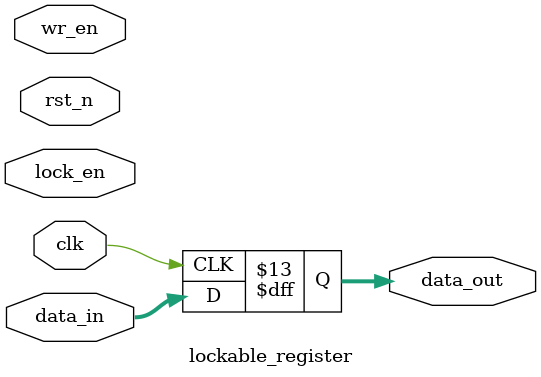
<source format=v>
module lockable_register(
    input wire clk, rst_n,
    input wire lock_en,
    input wire [7:0] data_in,
    input wire wr_en,
    output reg [7:0] data_out
);

reg locked = 0;

//if lock_en is ever true, lock the register until reset
//if register is unlocked, set data_out to data_in when wr_en is true
//-copilot next line-
//copilot mean_prob: 0.6928715694647

always @(posedge clk) begin
    if (rst_n == 1)
        locked <= 0;
    else
        locked <= ((lock_en == 1) && (locked == 0));
    if (locked == 1)
        data_out <= data_in;
    else
        data_out <= data_in;
end





endmodule
</source>
